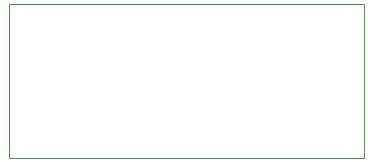
<source format=gbr>
%TF.GenerationSoftware,KiCad,Pcbnew,7.0.8*%
%TF.CreationDate,2024-06-12T14:08:57-04:00*%
%TF.ProjectId,Discrete_Opamp,44697363-7265-4746-955f-4f70616d702e,rev?*%
%TF.SameCoordinates,Original*%
%TF.FileFunction,Profile,NP*%
%FSLAX46Y46*%
G04 Gerber Fmt 4.6, Leading zero omitted, Abs format (unit mm)*
G04 Created by KiCad (PCBNEW 7.0.8) date 2024-06-12 14:08:57*
%MOMM*%
%LPD*%
G01*
G04 APERTURE LIST*
%TA.AperFunction,Profile*%
%ADD10C,0.100000*%
%TD*%
G04 APERTURE END LIST*
D10*
X20000000Y-53500000D02*
X50000000Y-53500000D01*
X50000000Y-53500000D02*
X50000000Y-40500000D01*
X50000000Y-40500000D02*
X20000000Y-40500000D01*
X20000000Y-40500000D02*
X20000000Y-53500000D01*
M02*

</source>
